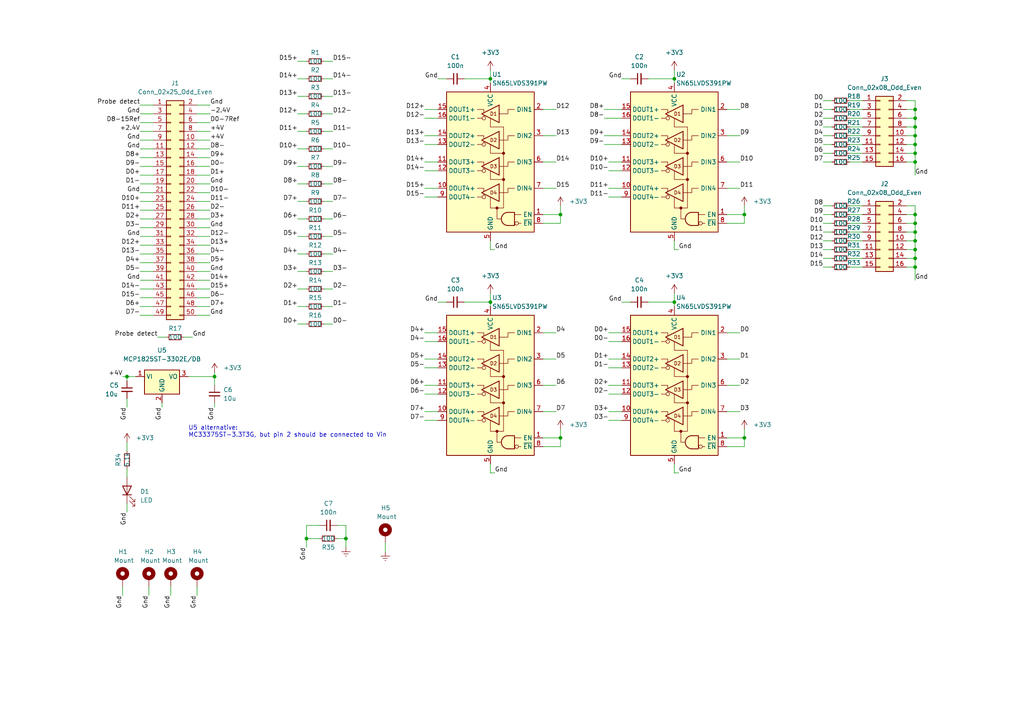
<source format=kicad_sch>
(kicad_sch (version 20211123) (generator eeschema)
  (paper "A4")
  (title_block (title "MSO 5000 Digital probe") (rev "0.1") (company "Marzocchi Alessandro") (comment 1 "Original schematic by Faeton") (comment 2 "Released under GPL 3.0 license"))
  (lib_symbols
    (symbol "Connector_Generic:Conn_02x08_Odd_Even" (pin_names (offset 1.016) hide)
      (property "Reference" "J" (at 1.27 10.16 0))
      (property "Value" "Conn_02x08_Odd_Even" (at 1.27 -12.7 0))
      (symbol "Conn_02x08_Odd_Even_1_1"
        (pin passive line (at -5.08 7.62 0) (length 3.81) (name "Pin_1") (number "1"))
        (pin passive line (at 7.62 -2.54 180) (length 3.81) (name "Pin_10") (number "10"))
        (pin passive line (at -5.08 -5.08 0) (length 3.81) (name "Pin_11") (number "11"))
        (pin passive line (at 7.62 -5.08 180) (length 3.81) (name "Pin_12") (number "12"))
        (pin passive line (at -5.08 -7.62 0) (length 3.81) (name "Pin_13") (number "13"))
        (pin passive line (at 7.62 -7.62 180) (length 3.81) (name "Pin_14") (number "14"))
        (pin passive line (at -5.08 -10.16 0) (length 3.81) (name "Pin_15") (number "15"))
        (pin passive line (at 7.62 -10.16 180) (length 3.81) (name "Pin_16") (number "16"))
        (pin passive line (at 7.62 7.62 180) (length 3.81) (name "Pin_2") (number "2"))
        (pin passive line (at -5.08 5.08 0) (length 3.81) (name "Pin_3") (number "3"))
        (pin passive line (at 7.62 5.08 180) (length 3.81) (name "Pin_4") (number "4"))
        (pin passive line (at -5.08 2.54 0) (length 3.81) (name "Pin_5") (number "5"))
        (pin passive line (at 7.62 2.54 180) (length 3.81) (name "Pin_6") (number "6"))
        (pin passive line (at -5.08 0 0) (length 3.81) (name "Pin_7") (number "7"))
        (pin passive line (at 7.62 0 180) (length 3.81) (name "Pin_8") (number "8"))
        (pin passive line (at -5.08 -2.54 0) (length 3.81) (name "Pin_9") (number "9"))
      )
    )
    (symbol "Connector_Generic:Conn_02x25_Odd_Even" (pin_names (offset 1.016) hide)
      (property "Reference" "J" (at 1.27 33.02 0))
      (property "Value" "Conn_02x25_Odd_Even" (at 1.27 -33.02 0))
      (symbol "Conn_02x25_Odd_Even_1_1"
        (pin passive line (at -5.08 30.48 0) (length 3.81) (name "Pin_1") (number "1"))
        (pin passive line (at 7.62 20.32 180) (length 3.81) (name "Pin_10") (number "10"))
        (pin passive line (at -5.08 17.78 0) (length 3.81) (name "Pin_11") (number "11"))
        (pin passive line (at 7.62 17.78 180) (length 3.81) (name "Pin_12") (number "12"))
        (pin passive line (at -5.08 15.24 0) (length 3.81) (name "Pin_13") (number "13"))
        (pin passive line (at 7.62 15.24 180) (length 3.81) (name "Pin_14") (number "14"))
        (pin passive line (at -5.08 12.7 0) (length 3.81) (name "Pin_15") (number "15"))
        (pin passive line (at 7.62 12.7 180) (length 3.81) (name "Pin_16") (number "16"))
        (pin passive line (at -5.08 10.16 0) (length 3.81) (name "Pin_17") (number "17"))
        (pin passive line (at 7.62 10.16 180) (length 3.81) (name "Pin_18") (number "18"))
        (pin passive line (at -5.08 7.62 0) (length 3.81) (name "Pin_19") (number "19"))
        (pin passive line (at 7.62 30.48 180) (length 3.81) (name "Pin_2") (number "2"))
        (pin passive line (at 7.62 7.62 180) (length 3.81) (name "Pin_20") (number "20"))
        (pin passive line (at -5.08 5.08 0) (length 3.81) (name "Pin_21") (number "21"))
        (pin passive line (at 7.62 5.08 180) (length 3.81) (name "Pin_22") (number "22"))
        (pin passive line (at -5.08 2.54 0) (length 3.81) (name "Pin_23") (number "23"))
        (pin passive line (at 7.62 2.54 180) (length 3.81) (name "Pin_24") (number "24"))
        (pin passive line (at -5.08 0 0) (length 3.81) (name "Pin_25") (number "25"))
        (pin passive line (at 7.62 0 180) (length 3.81) (name "Pin_26") (number "26"))
        (pin passive line (at -5.08 -2.54 0) (length 3.81) (name "Pin_27") (number "27"))
        (pin passive line (at 7.62 -2.54 180) (length 3.81) (name "Pin_28") (number "28"))
        (pin passive line (at -5.08 -5.08 0) (length 3.81) (name "Pin_29") (number "29"))
        (pin passive line (at -5.08 27.94 0) (length 3.81) (name "Pin_3") (number "3"))
        (pin passive line (at 7.62 -5.08 180) (length 3.81) (name "Pin_30") (number "30"))
        (pin passive line (at -5.08 -7.62 0) (length 3.81) (name "Pin_31") (number "31"))
        (pin passive line (at 7.62 -7.62 180) (length 3.81) (name "Pin_32") (number "32"))
        (pin passive line (at -5.08 -10.16 0) (length 3.81) (name "Pin_33") (number "33"))
        (pin passive line (at 7.62 -10.16 180) (length 3.81) (name "Pin_34") (number "34"))
        (pin passive line (at -5.08 -12.7 0) (length 3.81) (name "Pin_35") (number "35"))
        (pin passive line (at 7.62 -12.7 180) (length 3.81) (name "Pin_36") (number "36"))
        (pin passive line (at -5.08 -15.24 0) (length 3.81) (name "Pin_37") (number "37"))
        (pin passive line (at 7.62 -15.24 180) (length 3.81) (name "Pin_38") (number "38"))
        (pin passive line (at -5.08 -17.78 0) (length 3.81) (name "Pin_39") (number "39"))
        (pin passive line (at 7.62 27.94 180) (length 3.81) (name "Pin_4") (number "4"))
        (pin passive line (at 7.62 -17.78 180) (length 3.81) (name "Pin_40") (number "40"))
        (pin passive line (at -5.08 -20.32 0) (length 3.81) (name "Pin_41") (number "41"))
        (pin passive line (at 7.62 -20.32 180) (length 3.81) (name "Pin_42") (number "42"))
        (pin passive line (at -5.08 -22.86 0) (length 3.81) (name "Pin_43") (number "43"))
        (pin passive line (at 7.62 -22.86 180) (length 3.81) (name "Pin_44") (number "44"))
        (pin passive line (at -5.08 -25.4 0) (length 3.81) (name "Pin_45") (number "45"))
        (pin passive line (at 7.62 -25.4 180) (length 3.81) (name "Pin_46") (number "46"))
        (pin passive line (at -5.08 -27.94 0) (length 3.81) (name "Pin_47") (number "47"))
        (pin passive line (at 7.62 -27.94 180) (length 3.81) (name "Pin_48") (number "48"))
        (pin passive line (at -5.08 -30.48 0) (length 3.81) (name "Pin_49") (number "49"))
        (pin passive line (at -5.08 25.4 0) (length 3.81) (name "Pin_5") (number "5"))
        (pin passive line (at 7.62 -30.48 180) (length 3.81) (name "Pin_50") (number "50"))
        (pin passive line (at 7.62 25.4 180) (length 3.81) (name "Pin_6") (number "6"))
        (pin passive line (at -5.08 22.86 0) (length 3.81) (name "Pin_7") (number "7"))
        (pin passive line (at 7.62 22.86 180) (length 3.81) (name "Pin_8") (number "8"))
        (pin passive line (at -5.08 20.32 0) (length 3.81) (name "Pin_9") (number "9"))
      )
    )
    (symbol "Device:C_Small" (pin_numbers hide) (pin_names (offset 0.254) hide)
      (property "Reference" "C" (at 0.254 1.778 0))
      (property "Value" "C_Small" (at 0.254 -2.032 0))
      (symbol "C_Small_1_1"
        (pin passive line (at 0 2.54 270) (length 2.032) (name "~") (number "1"))
        (pin passive line (at 0 -2.54 90) (length 2.032) (name "~") (number "2"))
      )
    )
    (symbol "Device:LED" (pin_numbers hide) (pin_names (offset 1.016) hide)
      (property "Reference" "D" (at 0 2.54 0))
      (property "Value" "LED" (at 0 -2.54 0))
      (symbol "LED_1_1"
        (pin passive line (at -3.81 0 0) (length 2.54) (name "K") (number "1"))
        (pin passive line (at 3.81 0 180) (length 2.54) (name "A") (number "2"))
      )
    )
    (symbol "Device:R_Small" (pin_numbers hide) (pin_names (offset 0.254) hide)
      (property "Reference" "R" (at 0.762 0.508 0))
      (property "Value" "R_Small" (at 0.762 -1.016 0))
      (symbol "R_Small_1_1"
        (pin passive line (at 0 2.54 270) (length 0.762) (name "~") (number "1"))
        (pin passive line (at 0 -2.54 90) (length 0.762) (name "~") (number "2"))
      )
    )
    (symbol "Interface:SN65LVDS047PW"
      (property "Reference" "U" (at -12.7 21.59 0))
      (property "Value" "SN65LVDS047PW" (at 1.27 21.59 0))
      (symbol "SN65LVDS047PW_1_0"
        (text "D1" (at -0.889 13.97 0) (effects (font (size 1.016 1.016))))
        (text "D2" (at -0.889 6.35 0) (effects (font (size 1.016 1.016))))
        (text "D3" (at -0.889 -1.27 0) (effects (font (size 1.016 1.016))))
        (text "D4" (at -0.889 -8.89 0) (effects (font (size 1.016 1.016))))
      )
      (symbol "SN65LVDS047PW_1_1"
        (pin input line (at -15.24 -15.24 0) (length 2.54) (name "EN") (number "1"))
        (pin output line (at 15.24 -7.62 180) (length 2.54) (name "DOUT4+") (number "10"))
        (pin output line (at 15.24 0 180) (length 2.54) (name "DOUT3+") (number "11"))
        (pin output line (at 15.24 -2.54 180) (length 2.54) (name "DOUT3-") (number "12"))
        (pin output line (at 15.24 5.08 180) (length 2.54) (name "DOUT2-") (number "13"))
        (pin output line (at 15.24 7.62 180) (length 2.54) (name "DOUT2+") (number "14"))
        (pin output line (at 15.24 15.24 180) (length 2.54) (name "DOUT1+") (number "15"))
        (pin output line (at 15.24 12.7 180) (length 2.54) (name "DOUT1-") (number "16"))
        (pin input line (at -15.24 15.24 0) (length 2.54) (name "DIN1") (number "2"))
        (pin input line (at -15.24 7.62 0) (length 2.54) (name "DIN2") (number "3"))
        (pin power_in line (at 0 22.86 270) (length 2.54) (name "VCC") (number "4"))
        (pin power_in line (at 0 -22.86 90) (length 2.54) (name "GND") (number "5"))
        (pin input line (at -15.24 0 0) (length 2.54) (name "DIN3") (number "6"))
        (pin input line (at -15.24 -7.62 0) (length 2.54) (name "DIN4") (number "7"))
        (pin input line (at -15.24 -17.78 0) (length 2.54) (name "~{EN}") (number "8"))
        (pin output line (at 15.24 -10.16 180) (length 2.54) (name "DOUT4-") (number "9"))
      )
    )
    (symbol "Mechanical:MountingHole_Pad" (pin_numbers hide) (pin_names (offset 1.016) hide)
      (property "Reference" "H" (at 0 6.35 0))
      (property "Value" "MountingHole_Pad" (at 0 4.445 0))
      (symbol "MountingHole_Pad_1_1"
        (pin input line (at 0 -2.54 90) (length 2.54) (name "1") (number "1"))
      )
    )
    (symbol "Regulator_Linear:MCP1825S"
      (property "Reference" "U" (at -3.81 3.175 0))
      (property "Value" "MCP1825S" (at 0 3.175 0))
      (symbol "MCP1825S_1_1"
        (pin power_in line (at -7.62 0 0) (length 2.54) (name "VI") (number "1"))
        (pin power_in line (at 0 -7.62 90) (length 2.54) (name "GND") (number "2"))
        (pin power_out line (at 7.62 0 180) (length 2.54) (name "VO") (number "3"))
      )
    )
    (symbol "power:+3.3V" (power) (pin_names (offset 0))
      (property "Value" "+3.3V" (at 0 3.556 0))
      (symbol "+3.3V_1_1"
        (pin power_in line (at 0 0 90) (length 0) hide (name "+3V3") (number "1"))
      )
    )
    (symbol "power:Earth" (power) (pin_names (offset 0))
      (symbol "Earth_1_1"
        (pin power_in line (at 0 0 270) (length 0) hide (name "Earth") (number "1"))
      )
    )
  )
  (junction (at 265.43 62.23))
  (junction (at 265.43 31.75))
  (junction (at 265.43 46.99))
  (junction (at 265.43 41.91))
  (junction (at 265.43 64.77))
  (junction (at 142.24 87.63))
  (junction (at 265.43 72.39))
  (junction (at 195.58 22.86))
  (junction (at 265.43 44.45))
  (junction (at 265.43 69.85))
  (junction (at 162.56 127))
  (junction (at 142.24 22.86))
  (junction (at 265.43 39.37))
  (junction (at 265.43 77.47))
  (junction (at 215.9 127))
  (junction (at 100.33 156.21))
  (junction (at 265.43 74.93))
  (junction (at 215.9 62.23))
  (junction (at 62.23 109.22))
  (junction (at 36.83 109.22))
  (junction (at 88.9 156.21))
  (junction (at 265.43 67.31))
  (junction (at 195.58 87.63))
  (junction (at 265.43 36.83))
  (junction (at 162.56 62.23))
  (junction (at 265.43 34.29))
  (wire (pts (xy 57.15 91.44) (xy 60.96 91.44)))
  (wire (pts (xy 57.15 33.02) (xy 60.96 33.02)))
  (wire (pts (xy 36.83 146.05) (xy 36.83 148.59)))
  (wire (pts (xy 262.89 46.99) (xy 265.43 46.99)))
  (wire (pts (xy 176.53 57.15) (xy 180.34 57.15)))
  (wire (pts (xy 265.43 34.29) (xy 265.43 36.83)))
  (wire (pts (xy 49.53 170.18) (xy 49.53 172.72)))
  (wire (pts (xy 210.82 119.38) (xy 214.63 119.38)))
  (wire (pts (xy 36.83 109.22) (xy 39.37 109.22)))
  (wire (pts (xy 262.89 72.39) (xy 265.43 72.39)))
  (wire (pts (xy 86.36 43.18) (xy 88.9 43.18)))
  (wire (pts (xy 93.98 83.82) (xy 96.52 83.82)))
  (wire (pts (xy 157.48 64.77) (xy 162.56 64.77)))
  (wire (pts (xy 238.76 36.83) (xy 241.3 36.83)))
  (wire (pts (xy 175.26 39.37) (xy 180.34 39.37)))
  (wire (pts (xy 215.9 62.23) (xy 215.9 64.77)))
  (wire (pts (xy 246.38 74.93) (xy 250.19 74.93)))
  (wire (pts (xy 123.19 31.75) (xy 127 31.75)))
  (wire (pts (xy 40.64 71.12) (xy 44.45 71.12)))
  (wire (pts (xy 210.82 46.99) (xy 214.63 46.99)))
  (wire (pts (xy 157.48 62.23) (xy 162.56 62.23)))
  (wire (pts (xy 262.89 41.91) (xy 265.43 41.91)))
  (wire (pts (xy 93.98 73.66) (xy 96.52 73.66)))
  (wire (pts (xy 62.23 109.22) (xy 62.23 111.76)))
  (wire (pts (xy 57.15 68.58) (xy 60.96 68.58)))
  (wire (pts (xy 86.36 33.02) (xy 88.9 33.02)))
  (wire (pts (xy 86.36 88.9) (xy 88.9 88.9)))
  (wire (pts (xy 40.64 76.2) (xy 44.45 76.2)))
  (wire (pts (xy 57.15 86.36) (xy 60.96 86.36)))
  (wire (pts (xy 157.48 46.99) (xy 161.29 46.99)))
  (wire (pts (xy 238.76 64.77) (xy 241.3 64.77)))
  (wire (pts (xy 265.43 77.47) (xy 265.43 81.28)))
  (wire (pts (xy 195.58 69.85) (xy 195.58 72.39)))
  (wire (pts (xy 238.76 67.31) (xy 241.3 67.31)))
  (wire (pts (xy 210.82 129.54) (xy 215.9 129.54)))
  (wire (pts (xy 176.53 106.68) (xy 180.34 106.68)))
  (wire (pts (xy 40.64 40.64) (xy 44.45 40.64)))
  (wire (pts (xy 238.76 31.75) (xy 241.3 31.75)))
  (wire (pts (xy 123.19 39.37) (xy 127 39.37)))
  (wire (pts (xy 176.53 96.52) (xy 180.34 96.52)))
  (wire (pts (xy 86.36 22.86) (xy 88.9 22.86)))
  (wire (pts (xy 86.36 53.34) (xy 88.9 53.34)))
  (wire (pts (xy 262.89 39.37) (xy 265.43 39.37)))
  (wire (pts (xy 134.62 87.63) (xy 142.24 87.63)))
  (wire (pts (xy 40.64 55.88) (xy 44.45 55.88)))
  (wire (pts (xy 92.71 156.21) (xy 88.9 156.21)))
  (wire (pts (xy 142.24 22.86) (xy 142.24 24.13)))
  (wire (pts (xy 93.98 88.9) (xy 96.52 88.9)))
  (wire (pts (xy 246.38 29.21) (xy 250.19 29.21)))
  (wire (pts (xy 246.38 41.91) (xy 250.19 41.91)))
  (wire (pts (xy 142.24 69.85) (xy 142.24 72.39)))
  (wire (pts (xy 57.15 71.12) (xy 60.96 71.12)))
  (wire (pts (xy 238.76 46.99) (xy 241.3 46.99)))
  (wire (pts (xy 265.43 62.23) (xy 265.43 64.77)))
  (wire (pts (xy 238.76 72.39) (xy 241.3 72.39)))
  (wire (pts (xy 265.43 41.91) (xy 265.43 44.45)))
  (wire (pts (xy 265.43 72.39) (xy 265.43 74.93)))
  (wire (pts (xy 176.53 111.76) (xy 180.34 111.76)))
  (wire (pts (xy 238.76 29.21) (xy 241.3 29.21)))
  (wire (pts (xy 123.19 57.15) (xy 127 57.15)))
  (wire (pts (xy 265.43 31.75) (xy 265.43 34.29)))
  (wire (pts (xy 176.53 104.14) (xy 180.34 104.14)))
  (wire (pts (xy 123.19 104.14) (xy 127 104.14)))
  (wire (pts (xy 157.48 111.76) (xy 161.29 111.76)))
  (wire (pts (xy 238.76 39.37) (xy 241.3 39.37)))
  (wire (pts (xy 93.98 38.1) (xy 96.52 38.1)))
  (wire (pts (xy 57.15 83.82) (xy 60.96 83.82)))
  (wire (pts (xy 93.98 93.98) (xy 96.52 93.98)))
  (wire (pts (xy 40.64 48.26) (xy 44.45 48.26)))
  (wire (pts (xy 196.85 137.16) (xy 195.58 137.16)))
  (wire (pts (xy 195.58 20.32) (xy 195.58 22.86)))
  (wire (pts (xy 262.89 77.47) (xy 265.43 77.47)))
  (wire (pts (xy 246.38 72.39) (xy 250.19 72.39)))
  (wire (pts (xy 57.15 55.88) (xy 60.96 55.88)))
  (wire (pts (xy 86.36 48.26) (xy 88.9 48.26)))
  (wire (pts (xy 57.15 45.72) (xy 60.96 45.72)))
  (wire (pts (xy 176.53 119.38) (xy 180.34 119.38)))
  (wire (pts (xy 123.19 54.61) (xy 127 54.61)))
  (wire (pts (xy 93.98 22.86) (xy 96.52 22.86)))
  (wire (pts (xy 40.64 73.66) (xy 44.45 73.66)))
  (wire (pts (xy 35.56 170.18) (xy 35.56 172.72)))
  (wire (pts (xy 93.98 68.58) (xy 96.52 68.58)))
  (wire (pts (xy 210.82 104.14) (xy 214.63 104.14)))
  (wire (pts (xy 265.43 67.31) (xy 265.43 69.85)))
  (wire (pts (xy 123.19 119.38) (xy 127 119.38)))
  (wire (pts (xy 262.89 67.31) (xy 265.43 67.31)))
  (wire (pts (xy 246.38 64.77) (xy 250.19 64.77)))
  (wire (pts (xy 93.98 53.34) (xy 96.52 53.34)))
  (wire (pts (xy 57.15 38.1) (xy 60.96 38.1)))
  (wire (pts (xy 40.64 78.74) (xy 44.45 78.74)))
  (wire (pts (xy 265.43 29.21) (xy 265.43 31.75)))
  (wire (pts (xy 86.36 78.74) (xy 88.9 78.74)))
  (wire (pts (xy 40.64 60.96) (xy 44.45 60.96)))
  (wire (pts (xy 142.24 20.32) (xy 142.24 22.86)))
  (wire (pts (xy 195.58 85.09) (xy 195.58 87.63)))
  (wire (pts (xy 97.79 152.4) (xy 100.33 152.4)))
  (wire (pts (xy 57.15 63.5) (xy 60.96 63.5)))
  (wire (pts (xy 265.43 46.99) (xy 265.43 50.8)))
  (wire (pts (xy 196.85 72.39) (xy 195.58 72.39)))
  (wire (pts (xy 265.43 39.37) (xy 265.43 41.91)))
  (wire (pts (xy 57.15 88.9) (xy 60.96 88.9)))
  (wire (pts (xy 238.76 77.47) (xy 241.3 77.47)))
  (wire (pts (xy 40.64 30.48) (xy 44.45 30.48)))
  (wire (pts (xy 57.15 76.2) (xy 60.96 76.2)))
  (wire (pts (xy 57.15 66.04) (xy 60.96 66.04)))
  (wire (pts (xy 36.83 109.22) (xy 36.83 110.49)))
  (wire (pts (xy 195.58 134.62) (xy 195.58 137.16)))
  (wire (pts (xy 92.71 152.4) (xy 88.9 152.4)))
  (wire (pts (xy 246.38 44.45) (xy 250.19 44.45)))
  (wire (pts (xy 57.15 53.34) (xy 60.96 53.34)))
  (wire (pts (xy 40.64 53.34) (xy 44.45 53.34)))
  (wire (pts (xy 195.58 22.86) (xy 195.58 24.13)))
  (wire (pts (xy 262.89 74.93) (xy 265.43 74.93)))
  (wire (pts (xy 246.38 46.99) (xy 250.19 46.99)))
  (wire (pts (xy 210.82 54.61) (xy 214.63 54.61)))
  (wire (pts (xy 157.48 54.61) (xy 161.29 54.61)))
  (wire (pts (xy 262.89 59.69) (xy 265.43 59.69)))
  (wire (pts (xy 142.24 87.63) (xy 142.24 88.9)))
  (wire (pts (xy 210.82 62.23) (xy 215.9 62.23)))
  (wire (pts (xy 111.76 157.48) (xy 111.76 160.02)))
  (wire (pts (xy 40.64 58.42) (xy 44.45 58.42)))
  (wire (pts (xy 57.15 30.48) (xy 60.96 30.48)))
  (wire (pts (xy 97.79 156.21) (xy 100.33 156.21)))
  (wire (pts (xy 40.64 45.72) (xy 44.45 45.72)))
  (wire (pts (xy 265.43 74.93) (xy 265.43 77.47)))
  (wire (pts (xy 36.83 128.27) (xy 36.83 130.81)))
  (wire (pts (xy 93.98 78.74) (xy 96.52 78.74)))
  (wire (pts (xy 86.36 68.58) (xy 88.9 68.58)))
  (wire (pts (xy 57.15 50.8) (xy 60.96 50.8)))
  (wire (pts (xy 246.38 31.75) (xy 250.19 31.75)))
  (wire (pts (xy 262.89 64.77) (xy 265.43 64.77)))
  (wire (pts (xy 246.38 67.31) (xy 250.19 67.31)))
  (wire (pts (xy 210.82 31.75) (xy 214.63 31.75)))
  (wire (pts (xy 100.33 152.4) (xy 100.33 156.21)))
  (wire (pts (xy 123.19 49.53) (xy 127 49.53)))
  (wire (pts (xy 93.98 48.26) (xy 96.52 48.26)))
  (wire (pts (xy 215.9 127) (xy 215.9 124.46)))
  (wire (pts (xy 176.53 54.61) (xy 180.34 54.61)))
  (wire (pts (xy 265.43 59.69) (xy 265.43 62.23)))
  (wire (pts (xy 57.15 43.18) (xy 60.96 43.18)))
  (wire (pts (xy 175.26 41.91) (xy 180.34 41.91)))
  (wire (pts (xy 40.64 88.9) (xy 44.45 88.9)))
  (wire (pts (xy 40.64 91.44) (xy 44.45 91.44)))
  (wire (pts (xy 238.76 59.69) (xy 241.3 59.69)))
  (wire (pts (xy 62.23 109.22) (xy 62.23 107.95)))
  (wire (pts (xy 57.15 81.28) (xy 60.96 81.28)))
  (wire (pts (xy 187.96 87.63) (xy 195.58 87.63)))
  (wire (pts (xy 123.19 96.52) (xy 127 96.52)))
  (wire (pts (xy 210.82 64.77) (xy 215.9 64.77)))
  (wire (pts (xy 157.48 119.38) (xy 161.29 119.38)))
  (wire (pts (xy 157.48 127) (xy 162.56 127)))
  (wire (pts (xy 93.98 43.18) (xy 96.52 43.18)))
  (wire (pts (xy 180.34 22.86) (xy 182.88 22.86)))
  (wire (pts (xy 238.76 41.91) (xy 241.3 41.91)))
  (wire (pts (xy 238.76 62.23) (xy 241.3 62.23)))
  (wire (pts (xy 127 87.63) (xy 129.54 87.63)))
  (wire (pts (xy 176.53 121.92) (xy 180.34 121.92)))
  (wire (pts (xy 262.89 29.21) (xy 265.43 29.21)))
  (wire (pts (xy 215.9 62.23) (xy 215.9 59.69)))
  (wire (pts (xy 88.9 156.21) (xy 88.9 158.75)))
  (wire (pts (xy 246.38 59.69) (xy 250.19 59.69)))
  (wire (pts (xy 210.82 111.76) (xy 214.63 111.76)))
  (wire (pts (xy 93.98 27.94) (xy 96.52 27.94)))
  (wire (pts (xy 57.15 73.66) (xy 60.96 73.66)))
  (wire (pts (xy 143.51 137.16) (xy 142.24 137.16)))
  (wire (pts (xy 123.19 99.06) (xy 127 99.06)))
  (wire (pts (xy 246.38 69.85) (xy 250.19 69.85)))
  (wire (pts (xy 157.48 129.54) (xy 162.56 129.54)))
  (wire (pts (xy 40.64 66.04) (xy 44.45 66.04)))
  (wire (pts (xy 123.19 111.76) (xy 127 111.76)))
  (wire (pts (xy 57.15 58.42) (xy 60.96 58.42)))
  (wire (pts (xy 142.24 85.09) (xy 142.24 87.63)))
  (wire (pts (xy 123.19 114.3) (xy 127 114.3)))
  (wire (pts (xy 246.38 39.37) (xy 250.19 39.37)))
  (wire (pts (xy 265.43 44.45) (xy 265.43 46.99)))
  (wire (pts (xy 175.26 34.29) (xy 180.34 34.29)))
  (wire (pts (xy 176.53 46.99) (xy 180.34 46.99)))
  (wire (pts (xy 246.38 34.29) (xy 250.19 34.29)))
  (wire (pts (xy 134.62 22.86) (xy 142.24 22.86)))
  (wire (pts (xy 157.48 31.75) (xy 161.29 31.75)))
  (wire (pts (xy 176.53 114.3) (xy 180.34 114.3)))
  (wire (pts (xy 88.9 152.4) (xy 88.9 156.21)))
  (wire (pts (xy 175.26 31.75) (xy 180.34 31.75)))
  (wire (pts (xy 36.83 115.57) (xy 36.83 118.11)))
  (wire (pts (xy 162.56 62.23) (xy 162.56 64.77)))
  (wire (pts (xy 40.64 81.28) (xy 44.45 81.28)))
  (wire (pts (xy 238.76 44.45) (xy 241.3 44.45)))
  (wire (pts (xy 123.19 106.68) (xy 127 106.68)))
  (wire (pts (xy 35.56 109.22) (xy 36.83 109.22)))
  (wire (pts (xy 187.96 22.86) (xy 195.58 22.86)))
  (wire (pts (xy 238.76 69.85) (xy 241.3 69.85)))
  (wire (pts (xy 215.9 127) (xy 215.9 129.54)))
  (wire (pts (xy 86.36 38.1) (xy 88.9 38.1)))
  (wire (pts (xy 86.36 83.82) (xy 88.9 83.82)))
  (wire (pts (xy 53.34 97.79) (xy 55.88 97.79)))
  (wire (pts (xy 86.36 93.98) (xy 88.9 93.98)))
  (wire (pts (xy 162.56 62.23) (xy 162.56 59.69)))
  (wire (pts (xy 246.38 62.23) (xy 250.19 62.23)))
  (wire (pts (xy 262.89 36.83) (xy 265.43 36.83)))
  (wire (pts (xy 57.15 35.56) (xy 60.96 35.56)))
  (wire (pts (xy 262.89 44.45) (xy 265.43 44.45)))
  (wire (pts (xy 40.64 68.58) (xy 44.45 68.58)))
  (wire (pts (xy 210.82 39.37) (xy 214.63 39.37)))
  (wire (pts (xy 210.82 127) (xy 215.9 127)))
  (wire (pts (xy 157.48 104.14) (xy 161.29 104.14)))
  (wire (pts (xy 143.51 72.39) (xy 142.24 72.39)))
  (wire (pts (xy 43.18 170.18) (xy 43.18 172.72)))
  (wire (pts (xy 86.36 27.94) (xy 88.9 27.94)))
  (wire (pts (xy 40.64 83.82) (xy 44.45 83.82)))
  (wire (pts (xy 238.76 34.29) (xy 241.3 34.29)))
  (wire (pts (xy 40.64 33.02) (xy 44.45 33.02)))
  (wire (pts (xy 123.19 34.29) (xy 127 34.29)))
  (wire (pts (xy 157.48 39.37) (xy 161.29 39.37)))
  (wire (pts (xy 46.99 116.84) (xy 46.99 118.11)))
  (wire (pts (xy 238.76 74.93) (xy 241.3 74.93)))
  (wire (pts (xy 45.72 97.79) (xy 48.26 97.79)))
  (wire (pts (xy 86.36 17.78) (xy 88.9 17.78)))
  (wire (pts (xy 127 22.86) (xy 129.54 22.86)))
  (wire (pts (xy 162.56 127) (xy 162.56 129.54)))
  (wire (pts (xy 93.98 63.5) (xy 96.52 63.5)))
  (wire (pts (xy 176.53 99.06) (xy 180.34 99.06)))
  (wire (pts (xy 57.15 170.18) (xy 57.15 172.72)))
  (wire (pts (xy 262.89 34.29) (xy 265.43 34.29)))
  (wire (pts (xy 100.33 156.21) (xy 100.33 158.75)))
  (wire (pts (xy 40.64 43.18) (xy 44.45 43.18)))
  (wire (pts (xy 40.64 50.8) (xy 44.45 50.8)))
  (wire (pts (xy 246.38 36.83) (xy 250.19 36.83)))
  (wire (pts (xy 86.36 58.42) (xy 88.9 58.42)))
  (wire (pts (xy 86.36 63.5) (xy 88.9 63.5)))
  (wire (pts (xy 57.15 48.26) (xy 60.96 48.26)))
  (wire (pts (xy 40.64 35.56) (xy 44.45 35.56)))
  (wire (pts (xy 162.56 127) (xy 162.56 124.46)))
  (wire (pts (xy 40.64 86.36) (xy 44.45 86.36)))
  (wire (pts (xy 57.15 78.74) (xy 60.96 78.74)))
  (wire (pts (xy 142.24 134.62) (xy 142.24 137.16)))
  (wire (pts (xy 123.19 41.91) (xy 127 41.91)))
  (wire (pts (xy 246.38 77.47) (xy 250.19 77.47)))
  (wire (pts (xy 40.64 38.1) (xy 44.45 38.1)))
  (wire (pts (xy 57.15 40.64) (xy 60.96 40.64)))
  (wire (pts (xy 157.48 96.52) (xy 161.29 96.52)))
  (wire (pts (xy 265.43 69.85) (xy 265.43 72.39)))
  (wire (pts (xy 262.89 69.85) (xy 265.43 69.85)))
  (wire (pts (xy 176.53 49.53) (xy 180.34 49.53)))
  (wire (pts (xy 54.61 109.22) (xy 62.23 109.22)))
  (wire (pts (xy 262.89 31.75) (xy 265.43 31.75)))
  (wire (pts (xy 57.15 60.96) (xy 60.96 60.96)))
  (wire (pts (xy 123.19 46.99) (xy 127 46.99)))
  (wire (pts (xy 123.19 121.92) (xy 127 121.92)))
  (wire (pts (xy 36.83 135.89) (xy 36.83 138.43)))
  (wire (pts (xy 195.58 87.63) (xy 195.58 88.9)))
  (wire (pts (xy 62.23 116.84) (xy 62.23 118.11)))
  (wire (pts (xy 93.98 17.78) (xy 96.52 17.78)))
  (wire (pts (xy 93.98 33.02) (xy 96.52 33.02)))
  (wire (pts (xy 265.43 36.83) (xy 265.43 39.37)))
  (wire (pts (xy 40.64 63.5) (xy 44.45 63.5)))
  (wire (pts (xy 86.36 73.66) (xy 88.9 73.66)))
  (wire (pts (xy 180.34 87.63) (xy 182.88 87.63)))
  (wire (pts (xy 265.43 64.77) (xy 265.43 67.31)))
  (wire (pts (xy 262.89 62.23) (xy 265.43 62.23)))
  (wire (pts (xy 93.98 58.42) (xy 96.52 58.42)))
  (wire (pts (xy 210.82 96.52) (xy 214.63 96.52)))
  (text "U5 alternative:\nMC33375ST-3.3T3G, but pin 2 should be connected to Vin" (at 54.61 127 0) (effects (font (size 1.27 1.27)) (justify left bottom)))
  (label "D15" (at 238.76 77.47 180))
  (label "Gnd" (at 60.96 53.34 0))
  (label "D14" (at 161.29 46.99 0))
  (label "D7+" (at 86.36 58.42 180))
  (label "D6-" (at 96.52 63.5 0))
  (label "D10-" (at 96.52 43.18 0))
  (label "D6+" (at 86.36 63.5 180))
  (label "Gnd" (at 57.15 172.72 270))
  (label "D0-7Ref" (at 60.96 35.56 0))
  (label "D4+" (at 86.36 73.66 180))
  (label "D9" (at 238.76 62.23 180))
  (label "D5+" (at 60.96 76.2 0))
  (label "D6" (at 238.76 44.45 180))
  (label "D13-" (at 40.64 73.66 180))
  (label "Probe detect" (at 45.72 97.79 180))
  (label "D11-" (at 176.53 57.15 180))
  (label "Gnd" (at 62.23 118.11 270))
  (label "D0-" (at 96.52 93.98 0))
  (label "D12-" (at 96.52 33.02 0))
  (label "D11+" (at 86.36 38.1 180))
  (label "D14+" (at 123.19 46.99 180))
  (label "D10" (at 238.76 64.77 180))
  (label "D14-" (at 123.19 49.53 180))
  (label "D13+" (at 86.36 27.94 180))
  (label "D12+" (at 123.19 31.75 180))
  (label "Gnd" (at 180.34 22.86 180))
  (label "Gnd" (at 40.64 68.58 180))
  (label "D11" (at 238.76 67.31 180))
  (label "D9+" (at 175.26 39.37 180))
  (label "D8+" (at 40.64 45.72 180))
  (label "Gnd" (at 143.51 137.16 0))
  (label "D5-" (at 123.19 106.68 180))
  (label "D4" (at 161.29 96.52 0))
  (label "D6+" (at 123.19 111.76 180))
  (label "D8-" (at 175.26 34.29 180))
  (label "D15+" (at 60.96 83.82 0))
  (label "D15+" (at 86.36 17.78 180))
  (label "D4" (at 238.76 39.37 180))
  (label "D9-" (at 96.52 48.26 0))
  (label "D12-" (at 60.96 68.58 0))
  (label "D13" (at 238.76 72.39 180))
  (label "D3-" (at 176.53 121.92 180))
  (label "D8-" (at 96.52 53.34 0))
  (label "+4V" (at 35.56 109.22 180))
  (label "D9+" (at 86.36 48.26 180))
  (label "D6-" (at 60.96 86.36 0))
  (label "D3-" (at 40.64 66.04 180))
  (label "D4+" (at 123.19 96.52 180))
  (label "D12+" (at 86.36 33.02 180))
  (label "D3" (at 238.76 36.83 180))
  (label "D5+" (at 123.19 104.14 180))
  (label "Gnd" (at 36.83 118.11 270))
  (label "Gnd" (at 60.96 66.04 0))
  (label "Probe detect" (at 40.64 30.48 180))
  (label "D0+" (at 86.36 93.98 180))
  (label "D4-" (at 60.96 73.66 0))
  (label "D13" (at 161.29 39.37 0))
  (label "D2+" (at 40.64 63.5 180))
  (label "D14" (at 238.76 74.93 180))
  (label "D6+" (at 40.64 88.9 180))
  (label "D10" (at 214.63 46.99 0))
  (label "Gnd" (at 180.34 87.63 180))
  (label "D12-" (at 123.19 34.29 180))
  (label "Gnd" (at 49.53 172.72 270))
  (label "D0" (at 214.63 96.52 0))
  (label "D15+" (at 123.19 54.61 180))
  (label "Gnd" (at 35.56 172.72 270))
  (label "D0" (at 238.76 29.21 180))
  (label "D3+" (at 60.96 63.5 0))
  (label "D11+" (at 176.53 54.61 180))
  (label "D14+" (at 86.36 22.86 180))
  (label "D3" (at 214.63 119.38 0))
  (label "D11" (at 214.63 54.61 0))
  (label "D7" (at 238.76 46.99 180))
  (label "D8-" (at 60.96 43.18 0))
  (label "D14-" (at 40.64 83.82 180))
  (label "D10+" (at 86.36 43.18 180))
  (label "Gnd" (at 196.85 72.39 0))
  (label "D13-" (at 96.52 27.94 0))
  (label "D5" (at 238.76 41.91 180))
  (label "Gnd" (at 196.85 137.16 0))
  (label "D8+" (at 86.36 53.34 180))
  (label "Gnd" (at 40.64 33.02 180))
  (label "D12" (at 161.29 31.75 0))
  (label "D4+" (at 40.64 76.2 180))
  (label "D7+" (at 60.96 88.9 0))
  (label "D2" (at 214.63 111.76 0))
  (label "-2.4V" (at 60.96 33.02 0))
  (label "D2+" (at 176.53 111.76 180))
  (label "D1-" (at 176.53 106.68 180))
  (label "D0-" (at 176.53 99.06 180))
  (label "D7-" (at 40.64 91.44 180))
  (label "D5-" (at 96.52 68.58 0))
  (label "D1" (at 238.76 31.75 180))
  (label "D0-" (at 60.96 48.26 0))
  (label "D12" (at 238.76 69.85 180))
  (label "D2-" (at 60.96 60.96 0))
  (label "Gnd" (at 265.43 50.8 0))
  (label "D1+" (at 176.53 104.14 180))
  (label "D10+" (at 40.64 58.42 180))
  (label "Gnd" (at 127 87.63 180))
  (label "Gnd" (at 36.83 148.59 270))
  (label "D15-" (at 40.64 86.36 180))
  (label "D14-" (at 96.52 22.86 0))
  (label "D2-" (at 96.52 83.82 0))
  (label "D12+" (at 40.64 71.12 180))
  (label "D6" (at 161.29 111.76 0))
  (label "D15" (at 161.29 54.61 0))
  (label "D5" (at 161.29 104.14 0))
  (label "Gnd" (at 40.64 40.64 180))
  (label "Gnd" (at 127 22.86 180))
  (label "D7-" (at 123.19 121.92 180))
  (label "D7+" (at 123.19 119.38 180))
  (label "D0+" (at 40.64 50.8 180))
  (label "+4V" (at 60.96 40.64 0))
  (label "+2.4V" (at 40.64 38.1 180))
  (label "D1-" (at 40.64 53.34 180))
  (label "D9-" (at 175.26 41.91 180))
  (label "Gnd" (at 143.51 72.39 0))
  (label "D10-" (at 60.96 55.88 0))
  (label "D8+" (at 175.26 31.75 180))
  (label "D9-" (at 40.64 48.26 180))
  (label "D2" (at 238.76 34.29 180))
  (label "D1" (at 214.63 104.14 0))
  (label "Gnd" (at 40.64 81.28 180))
  (label "D7-" (at 96.52 58.42 0))
  (label "D14+" (at 60.96 81.28 0))
  (label "D8-15Ref" (at 40.64 35.56 180))
  (label "D0+" (at 176.53 96.52 180))
  (label "Gnd" (at 88.9 158.75 270))
  (label "D5-" (at 40.64 78.74 180))
  (label "Gnd" (at 60.96 78.74 0))
  (label "+4V" (at 60.96 38.1 0))
  (label "Gnd" (at 46.99 118.11 270))
  (label "Gnd" (at 265.43 81.28 0))
  (label "D1+" (at 60.96 50.8 0))
  (label "D4-" (at 123.19 99.06 180))
  (label "D10-" (at 176.53 49.53 180))
  (label "Gnd" (at 60.96 30.48 0))
  (label "D7" (at 161.29 119.38 0))
  (label "D13+" (at 60.96 71.12 0))
  (label "D8" (at 214.63 31.75 0))
  (label "Gnd" (at 40.64 55.88 180))
  (label "Gnd" (at 55.88 97.79 0))
  (label "D1+" (at 86.36 88.9 180))
  (label "D3-" (at 96.52 78.74 0))
  (label "D3+" (at 86.36 78.74 180))
  (label "D13+" (at 123.19 39.37 180))
  (label "D15-" (at 123.19 57.15 180))
  (label "D11-" (at 96.52 38.1 0))
  (label "D9+" (at 60.96 45.72 0))
  (label "D15-" (at 96.52 17.78 0))
  (label "D11-" (at 60.96 58.42 0))
  (label "D6-" (at 123.19 114.3 180))
  (label "D9" (at 214.63 39.37 0))
  (label "D10+" (at 176.53 46.99 180))
  (label "D5+" (at 86.36 68.58 180))
  (label "Gnd" (at 40.64 43.18 180))
  (label "Gnd" (at 60.96 91.44 0))
  (label "D4-" (at 96.52 73.66 0))
  (label "D2-" (at 176.53 114.3 180))
  (label "D11+" (at 40.64 60.96 180))
  (label "D13-" (at 123.19 41.91 180))
  (label "D8" (at 238.76 59.69 180))
  (label "D1-" (at 96.52 88.9 0))
  (label "D2+" (at 86.36 83.82 180))
  (label "Gnd" (at 43.18 172.72 270))
  (label "D3+" (at 176.53 119.38 180))
  (symbol (lib_id "Device:R_Small") (at 95.25 156.21 90) (unit 1)
    (property "Reference" "R35" (at 95.25 158.75 90))
    (property "Value" "100" (at 95.25 156.21 90))
    (property "Footprint" "Resistor_SMD:R_0805_2012Metric_Pad1.20x1.40mm_HandSolder" (effects hide))
  )
  (symbol (lib_id "Interface:SN65LVDS047PW") (at 195.58 111.76 0) (mirror y) (unit 1)
    (property "Reference" "U4" (at 196.1006 86.36 0) (effects (justify right)))
    (property "Value" "SN65LVDS391PW" (at 196.1006 88.9 0) (effects (justify right)))
    (property "Footprint" "Package_SO:TSSOP-16_4.4x5mm_P0.65mm" (effects hide))
    (property "Datasheet" "http://www.ti.com/lit/ds/symlink/sn65lvds047.pdf" (effects hide))
  )
  (symbol (lib_id "power:Earth") (at 111.76 160.02 0) (unit 1)
    (property "Reference" "#PWR04" (effects hide))
    (property "Value" "Earth" (effects hide))
  )
  (symbol (lib_id "Regulator_Linear:MCP1825S") (at 46.99 109.22 0) (unit 1)
    (property "Reference" "U5" (at 46.99 101.6 0))
    (property "Value" "MCP1825ST-3302E/DB" (at 46.99 104.14 0))
    (property "Footprint" "Package_TO_SOT_SMD:SOT-223-3_TabPin2" (effects hide))
    (property "Datasheet" "http://ww1.microchip.com/downloads/en/devicedoc/22056b.pdf" (effects hide))
  )
  (symbol (lib_id "Interface:SN65LVDS047PW") (at 142.24 111.76 0) (mirror y) (unit 1)
    (property "Reference" "U3" (at 142.7606 86.36 0) (effects (justify right)))
    (property "Value" "SN65LVDS391PW" (at 142.7606 88.9 0) (effects (justify right)))
    (property "Footprint" "Package_SO:TSSOP-16_4.4x5mm_P0.65mm" (effects hide))
    (property "Datasheet" "http://www.ti.com/lit/ds/symlink/sn65lvds047.pdf" (effects hide))
  )
  (symbol (lib_id "Device:R_Small") (at 243.84 67.31 90) (unit 1)
    (property "Reference" "R29" (at 247.65 66.04 90))
    (property "Value" "100" (at 243.84 67.31 90))
    (property "Footprint" "Resistor_SMD:R_0805_2012Metric_Pad1.20x1.40mm_HandSolder" (effects hide))
  )
  (symbol (lib_id "power:Earth") (at 100.33 158.75 0) (unit 1)
    (property "Reference" "#PWR03" (effects hide))
    (property "Value" "Earth" (effects hide))
  )
  (symbol (lib_id "Device:R_Small") (at 50.8 97.79 90) (unit 1)
    (property "Reference" "R17" (at 50.8 95.25 90))
    (property "Value" "100" (at 50.8 97.79 90))
    (property "Footprint" "Resistor_SMD:R_0805_2012Metric_Pad1.20x1.40mm_HandSolder" (effects hide))
  )
  (symbol (lib_id "Device:R_Small") (at 91.44 88.9 90) (unit 1)
    (property "Reference" "R15" (at 91.44 86.36 90))
    (property "Value" "100" (at 91.44 88.9 90))
    (property "Footprint" "Resistor_SMD:R_0805_2012Metric_Pad1.20x1.40mm_HandSolder" (effects hide))
  )
  (symbol (lib_id "Device:R_Small") (at 91.44 33.02 90) (unit 1)
    (property "Reference" "R4" (at 91.44 30.48 90))
    (property "Value" "100" (at 91.44 33.02 90))
    (property "Footprint" "Resistor_SMD:R_0805_2012Metric_Pad1.20x1.40mm_HandSolder" (effects hide))
  )
  (symbol (lib_id "power:+3.3V") (at 162.56 124.46 0) (unit 1)
    (property "Reference" "#PWR0105" (effects hide))
    (property "Value" "+3.3V" (at 165.1 123.1899 0) (effects (justify left)))
  )
  (symbol (lib_id "Device:C_Small") (at 132.08 87.63 90) (unit 1)
    (property "Reference" "C3" (at 132.0863 81.28 90))
    (property "Value" "100n" (at 132.0863 83.82 90))
    (property "Footprint" "Capacitor_SMD:C_0805_2012Metric_Pad1.18x1.45mm_HandSolder" (effects hide))
  )
  (symbol (lib_id "Device:R_Small") (at 91.44 43.18 90) (unit 1)
    (property "Reference" "R6" (at 91.44 40.64 90))
    (property "Value" "100" (at 91.44 43.18 90))
    (property "Footprint" "Resistor_SMD:R_0805_2012Metric_Pad1.20x1.40mm_HandSolder" (effects hide))
  )
  (symbol (lib_id "power:+3.3V") (at 162.56 59.69 0) (unit 1)
    (property "Reference" "#PWR02" (effects hide))
    (property "Value" "+3.3V" (at 165.1 58.4199 0) (effects (justify left)))
  )
  (symbol (lib_id "Device:R_Small") (at 243.84 46.99 90) (unit 1)
    (property "Reference" "R25" (at 247.65 45.72 90))
    (property "Value" "100" (at 243.84 46.99 90))
    (property "Footprint" "Resistor_SMD:R_0805_2012Metric_Pad1.20x1.40mm_HandSolder" (effects hide))
  )
  (symbol (lib_id "Device:R_Small") (at 91.44 93.98 90) (unit 1)
    (property "Reference" "R16" (at 91.44 91.44 90))
    (property "Value" "100" (at 91.44 93.98 90))
    (property "Footprint" "Resistor_SMD:R_0805_2012Metric_Pad1.20x1.40mm_HandSolder" (effects hide))
  )
  (symbol (lib_id "Device:R_Small") (at 91.44 63.5 90) (unit 1)
    (property "Reference" "R10" (at 91.44 60.96 90))
    (property "Value" "100" (at 91.44 63.5 90))
    (property "Footprint" "Resistor_SMD:R_0805_2012Metric_Pad1.20x1.40mm_HandSolder" (effects hide))
  )
  (symbol (lib_id "Device:R_Small") (at 243.84 41.91 90) (unit 1)
    (property "Reference" "R23" (at 247.65 40.64 90))
    (property "Value" "100" (at 243.84 41.91 90))
    (property "Footprint" "Resistor_SMD:R_0805_2012Metric_Pad1.20x1.40mm_HandSolder" (effects hide))
  )
  (symbol (lib_id "Device:R_Small") (at 91.44 68.58 90) (unit 1)
    (property "Reference" "R11" (at 91.44 66.04 90))
    (property "Value" "100" (at 91.44 68.58 90))
    (property "Footprint" "Resistor_SMD:R_0805_2012Metric_Pad1.20x1.40mm_HandSolder" (effects hide))
  )
  (symbol (lib_id "power:+3.3V") (at 142.24 20.32 0) (unit 1)
    (property "Reference" "#PWR01" (effects hide))
    (property "Value" "+3.3V" (at 142.24 15.24 0))
  )
  (symbol (lib_id "Interface:SN65LVDS047PW") (at 195.58 46.99 0) (mirror y) (unit 1)
    (property "Reference" "U2" (at 196.1006 21.59 0) (effects (justify right)))
    (property "Value" "SN65LVDS391PW" (at 196.1006 24.13 0) (effects (justify right)))
    (property "Footprint" "Package_SO:TSSOP-16_4.4x5mm_P0.65mm" (effects hide))
    (property "Datasheet" "http://www.ti.com/lit/ds/symlink/sn65lvds047.pdf" (effects hide))
  )
  (symbol (lib_id "power:+3.3V") (at 36.83 128.27 0) (unit 1)
    (property "Reference" "#PWR0108" (effects hide))
    (property "Value" "+3.3V" (at 39.37 126.9999 0) (effects (justify left)))
  )
  (symbol (lib_id "Device:R_Small") (at 243.84 34.29 90) (unit 1)
    (property "Reference" "R20" (at 247.65 33.02 90))
    (property "Value" "100" (at 243.84 34.29 90))
    (property "Footprint" "Resistor_SMD:R_0805_2012Metric_Pad1.20x1.40mm_HandSolder" (effects hide))
  )
  (symbol (lib_id "Interface:SN65LVDS047PW") (at 142.24 46.99 0) (mirror y) (unit 1)
    (property "Reference" "U1" (at 142.7606 21.59 0) (effects (justify right)))
    (property "Value" "SN65LVDS391PW" (at 142.7606 24.13 0) (effects (justify right)))
    (property "Footprint" "Package_SO:TSSOP-16_4.4x5mm_P0.65mm" (effects hide))
    (property "Datasheet" "http://www.ti.com/lit/ds/symlink/sn65lvds047.pdf" (effects hide))
  )
  (symbol (lib_id "Device:LED") (at 36.83 142.24 90) (unit 1)
    (property "Reference" "D1" (at 40.64 142.5574 90) (effects (justify right)))
    (property "Value" "LED" (at 40.64 145.0974 90) (effects (justify right)))
    (property "Footprint" "LED_SMD:LED_1206_3216Metric_Pad1.42x1.75mm_HandSolder" (effects hide))
  )
  (symbol (lib_id "Device:R_Small") (at 243.84 39.37 90) (unit 1)
    (property "Reference" "R22" (at 247.65 38.1 90))
    (property "Value" "100" (at 243.84 39.37 90))
    (property "Footprint" "Resistor_SMD:R_0805_2012Metric_Pad1.20x1.40mm_HandSolder" (effects hide))
  )
  (symbol (lib_id "Device:R_Small") (at 91.44 17.78 90) (unit 1)
    (property "Reference" "R1" (at 91.44 15.24 90))
    (property "Value" "100" (at 91.44 17.78 90))
    (property "Footprint" "Resistor_SMD:R_0805_2012Metric_Pad1.20x1.40mm_HandSolder" (effects hide))
  )
  (symbol (lib_id "Device:R_Small") (at 243.84 72.39 90) (unit 1)
    (property "Reference" "R31" (at 247.65 71.12 90))
    (property "Value" "100" (at 243.84 72.39 90))
    (property "Footprint" "Resistor_SMD:R_0805_2012Metric_Pad1.20x1.40mm_HandSolder" (effects hide))
  )
  (symbol (lib_id "Device:C_Small") (at 62.23 114.3 0) (unit 1)
    (property "Reference" "C6" (at 64.77 113.0362 0) (effects (justify left)))
    (property "Value" "10u" (at 64.77 115.5762 0) (effects (justify left)))
    (property "Footprint" "Capacitor_SMD:C_0805_2012Metric_Pad1.18x1.45mm_HandSolder" (effects hide))
  )
  (symbol (lib_id "Device:R_Small") (at 243.84 62.23 90) (unit 1)
    (property "Reference" "R27" (at 247.65 60.96 90))
    (property "Value" "100" (at 243.84 62.23 90))
    (property "Footprint" "Resistor_SMD:R_0805_2012Metric_Pad1.20x1.40mm_HandSolder" (effects hide))
  )
  (symbol (lib_id "Mechanical:MountingHole_Pad") (at 111.76 154.94 0) (unit 1)
    (property "Reference" "H5" (at 110.49 147.32 0) (effects (justify left)))
    (property "Value" "Mount" (at 109.22 149.86 0) (effects (justify left)))
    (property "Footprint" "TestPoint:TestPoint_THTPad_2.5x2.5mm_Drill1.2mm" (effects hide))
  )
  (symbol (lib_id "Device:R_Small") (at 243.84 44.45 90) (unit 1)
    (property "Reference" "R24" (at 247.65 43.18 90))
    (property "Value" "100" (at 243.84 44.45 90))
    (property "Footprint" "Resistor_SMD:R_0805_2012Metric_Pad1.20x1.40mm_HandSolder" (effects hide))
  )
  (symbol (lib_id "Device:C_Small") (at 95.25 152.4 90) (unit 1)
    (property "Reference" "C7" (at 95.2563 146.05 90))
    (property "Value" "100n" (at 95.2563 148.59 90))
    (property "Footprint" "Capacitor_SMD:C_0805_2012Metric_Pad1.18x1.45mm_HandSolder" (effects hide))
  )
  (symbol (lib_id "Device:R_Small") (at 91.44 27.94 90) (unit 1)
    (property "Reference" "R3" (at 91.44 25.4 90))
    (property "Value" "100" (at 91.44 27.94 90))
    (property "Footprint" "Resistor_SMD:R_0805_2012Metric_Pad1.20x1.40mm_HandSolder" (effects hide))
  )
  (symbol (lib_id "power:+3.3V") (at 195.58 85.09 0) (unit 1)
    (property "Reference" "#PWR0104" (effects hide))
    (property "Value" "+3.3V" (at 195.58 80.01 0))
  )
  (symbol (lib_id "Mechanical:MountingHole_Pad") (at 57.15 167.64 0) (unit 1)
    (property "Reference" "H4" (at 55.88 160.02 0) (effects (justify left)))
    (property "Value" "Mount" (at 54.61 162.56 0) (effects (justify left)))
    (property "Footprint" "MountingHole:MountingHole_2.7mm_Pad_Via" (effects hide))
  )
  (symbol (lib_id "power:+3.3V") (at 142.24 85.09 0) (unit 1)
    (property "Reference" "#PWR0103" (effects hide))
    (property "Value" "+3.3V" (at 142.24 80.01 0))
  )
  (symbol (lib_id "Mechanical:MountingHole_Pad") (at 43.18 167.64 0) (unit 1)
    (property "Reference" "H2" (at 41.91 160.02 0) (effects (justify left)))
    (property "Value" "Mount" (at 40.64 162.56 0) (effects (justify left)))
    (property "Footprint" "MountingHole:MountingHole_2.7mm_Pad_Via" (effects hide))
  )
  (symbol (lib_id "Device:C_Small") (at 185.42 22.86 90) (unit 1)
    (property "Reference" "C2" (at 185.4263 16.51 90))
    (property "Value" "100n" (at 185.4263 19.05 90))
    (property "Footprint" "Capacitor_SMD:C_0805_2012Metric_Pad1.18x1.45mm_HandSolder" (effects hide))
  )
  (symbol (lib_id "Device:R_Small") (at 243.84 64.77 90) (unit 1)
    (property "Reference" "R28" (at 247.65 63.5 90))
    (property "Value" "100" (at 243.84 64.77 90))
    (property "Footprint" "Resistor_SMD:R_0805_2012Metric_Pad1.20x1.40mm_HandSolder" (effects hide))
  )
  (symbol (lib_id "Device:R_Small") (at 91.44 78.74 90) (unit 1)
    (property "Reference" "R13" (at 91.44 76.2 90))
    (property "Value" "100" (at 91.44 78.74 90))
    (property "Footprint" "Resistor_SMD:R_0805_2012Metric_Pad1.20x1.40mm_HandSolder" (effects hide))
  )
  (symbol (lib_id "Device:R_Small") (at 91.44 38.1 90) (unit 1)
    (property "Reference" "R5" (at 91.44 35.56 90))
    (property "Value" "100" (at 91.44 38.1 90))
    (property "Footprint" "Resistor_SMD:R_0805_2012Metric_Pad1.20x1.40mm_HandSolder" (effects hide))
  )
  (symbol (lib_id "Device:R_Small") (at 91.44 48.26 90) (unit 1)
    (property "Reference" "R7" (at 91.44 45.72 90))
    (property "Value" "100" (at 91.44 48.26 90))
    (property "Footprint" "Resistor_SMD:R_0805_2012Metric_Pad1.20x1.40mm_HandSolder" (effects hide))
  )
  (symbol (lib_id "Device:R_Small") (at 36.83 133.35 180) (unit 1)
    (property "Reference" "R34" (at 34.29 133.35 90))
    (property "Value" "5.1k" (at 36.83 133.35 90))
    (property "Footprint" "Resistor_SMD:R_0805_2012Metric_Pad1.20x1.40mm_HandSolder" (effects hide))
  )
  (symbol (lib_id "power:+3.3V") (at 195.58 20.32 0) (unit 1)
    (property "Reference" "#PWR0101" (effects hide))
    (property "Value" "+3.3V" (at 195.58 15.24 0))
  )
  (symbol (lib_id "Device:R_Small") (at 243.84 36.83 90) (unit 1)
    (property "Reference" "R21" (at 247.65 35.56 90))
    (property "Value" "100" (at 243.84 36.83 90))
    (property "Footprint" "Resistor_SMD:R_0805_2012Metric_Pad1.20x1.40mm_HandSolder" (effects hide))
  )
  (symbol (lib_id "Device:R_Small") (at 91.44 53.34 90) (unit 1)
    (property "Reference" "R8" (at 91.44 50.8 90))
    (property "Value" "100" (at 91.44 53.34 90))
    (property "Footprint" "Resistor_SMD:R_0805_2012Metric_Pad1.20x1.40mm_HandSolder" (effects hide))
  )
  (symbol (lib_id "Device:R_Small") (at 243.84 77.47 90) (unit 1)
    (property "Reference" "R33" (at 247.65 76.2 90))
    (property "Value" "100" (at 243.84 77.47 90))
    (property "Footprint" "Resistor_SMD:R_0805_2012Metric_Pad1.20x1.40mm_HandSolder" (effects hide))
  )
  (symbol (lib_id "Device:R_Small") (at 243.84 69.85 90) (unit 1)
    (property "Reference" "R30" (at 247.65 68.58 90))
    (property "Value" "100" (at 243.84 69.85 90))
    (property "Footprint" "Resistor_SMD:R_0805_2012Metric_Pad1.20x1.40mm_HandSolder" (effects hide))
  )
  (symbol (lib_id "Device:R_Small") (at 91.44 58.42 90) (unit 1)
    (property "Reference" "R9" (at 91.44 55.88 90))
    (property "Value" "100" (at 91.44 58.42 90))
    (property "Footprint" "Resistor_SMD:R_0805_2012Metric_Pad1.20x1.40mm_HandSolder" (effects hide))
  )
  (symbol (lib_id "Device:R_Small") (at 91.44 83.82 90) (unit 1)
    (property "Reference" "R14" (at 91.44 81.28 90))
    (property "Value" "100" (at 91.44 83.82 90))
    (property "Footprint" "Resistor_SMD:R_0805_2012Metric_Pad1.20x1.40mm_HandSolder" (effects hide))
  )
  (symbol (lib_id "Device:R_Small") (at 243.84 59.69 90) (unit 1)
    (property "Reference" "R26" (at 247.65 58.42 90))
    (property "Value" "100" (at 243.84 59.69 90))
    (property "Footprint" "Resistor_SMD:R_0805_2012Metric_Pad1.20x1.40mm_HandSolder" (effects hide))
  )
  (symbol (lib_id "Device:C_Small") (at 132.08 22.86 90) (unit 1)
    (property "Reference" "C1" (at 132.0863 16.51 90))
    (property "Value" "100n" (at 132.0863 19.05 90))
    (property "Footprint" "Capacitor_SMD:C_0805_2012Metric_Pad1.18x1.45mm_HandSolder" (effects hide))
  )
  (symbol (lib_id "Mechanical:MountingHole_Pad") (at 35.56 167.64 0) (unit 1)
    (property "Reference" "H1" (at 34.29 160.02 0) (effects (justify left)))
    (property "Value" "Mount" (at 33.02 162.56 0) (effects (justify left)))
    (property "Footprint" "MountingHole:MountingHole_2.7mm_Pad_Via" (effects hide))
  )
  (symbol (lib_id "Mechanical:MountingHole_Pad") (at 49.53 167.64 0) (unit 1)
    (property "Reference" "H3" (at 48.26 160.02 0) (effects (justify left)))
    (property "Value" "Mount" (at 46.99 162.56 0) (effects (justify left)))
    (property "Footprint" "MountingHole:MountingHole_2.7mm_Pad_Via" (effects hide))
  )
  (symbol (lib_id "Device:R_Small") (at 91.44 73.66 90) (unit 1)
    (property "Reference" "R12" (at 91.44 71.12 90))
    (property "Value" "100" (at 91.44 73.66 90))
    (property "Footprint" "Resistor_SMD:R_0805_2012Metric_Pad1.20x1.40mm_HandSolder" (effects hide))
  )
  (symbol (lib_id "Connector_Generic:Conn_02x08_Odd_Even") (at 255.27 67.31 0) (unit 1)
    (property "Reference" "J2" (at 256.54 53.34 0))
    (property "Value" "Conn_02x08_Odd_Even" (at 256.54 55.88 0))
    (property "Footprint" "Connector_IDC:IDC-Header_2x08_P2.54mm_Horizontal" (effects hide))
  )
  (symbol (lib_id "power:+3.3V") (at 215.9 124.46 0) (unit 1)
    (property "Reference" "#PWR0106" (effects hide))
    (property "Value" "+3.3V" (at 218.44 123.1899 0) (effects (justify left)))
  )
  (symbol (lib_id "Device:C_Small") (at 36.83 113.03 0) (unit 1)
    (property "Reference" "C5" (at 31.75 111.76 0) (effects (justify left)))
    (property "Value" "10u" (at 30.48 114.3 0) (effects (justify left)))
    (property "Footprint" "Capacitor_SMD:C_0805_2012Metric_Pad1.18x1.45mm_HandSolder" (effects hide))
  )
  (symbol (lib_id "Device:R_Small") (at 243.84 29.21 90) (unit 1)
    (property "Reference" "R18" (at 247.65 27.94 90))
    (property "Value" "100" (at 243.84 29.21 90))
    (property "Footprint" "Resistor_SMD:R_0805_2012Metric_Pad1.20x1.40mm_HandSolder" (effects hide))
  )
  (symbol (lib_id "Device:R_Small") (at 243.84 31.75 90) (unit 1)
    (property "Reference" "R19" (at 247.65 30.48 90))
    (property "Value" "100" (at 243.84 31.75 90))
    (property "Footprint" "Resistor_SMD:R_0805_2012Metric_Pad1.20x1.40mm_HandSolder" (effects hide))
  )
  (symbol (lib_id "power:+3.3V") (at 62.23 107.95 0) (unit 1)
    (property "Reference" "#PWR0107" (effects hide))
    (property "Value" "+3.3V" (at 64.77 106.6799 0) (effects (justify left)))
  )
  (symbol (lib_id "Connector_Generic:Conn_02x25_Odd_Even") (at 49.53 60.96 0) (unit 1)
    (property "Reference" "J1" (at 50.8 24.13 0))
    (property "Value" "Conn_02x25_Odd_Even" (at 50.8 26.67 0))
    (property "Footprint" "Connector_IDC:IDC-Header_2x25_P2.54mm_Vertical" (effects hide))
  )
  (symbol (lib_id "Device:R_Small") (at 243.84 74.93 90) (unit 1)
    (property "Reference" "R32" (at 247.65 73.66 90))
    (property "Value" "100" (at 243.84 74.93 90))
    (property "Footprint" "Resistor_SMD:R_0805_2012Metric_Pad1.20x1.40mm_HandSolder" (effects hide))
  )
  (symbol (lib_id "Connector_Generic:Conn_02x08_Odd_Even") (at 255.27 36.83 0) (unit 1)
    (property "Reference" "J3" (at 256.54 22.86 0))
    (property "Value" "Conn_02x08_Odd_Even" (at 256.54 25.4 0))
    (property "Footprint" "Connector_IDC:IDC-Header_2x08_P2.54mm_Horizontal" (effects hide))
  )
  (symbol (lib_id "Device:R_Small") (at 91.44 22.86 90) (unit 1)
    (property "Reference" "R2" (at 91.44 20.32 90))
    (property "Value" "100" (at 91.44 22.86 90))
    (property "Footprint" "Resistor_SMD:R_0805_2012Metric_Pad1.20x1.40mm_HandSolder" (effects hide))
  )
  (symbol (lib_id "Device:C_Small") (at 185.42 87.63 90) (unit 1)
    (property "Reference" "C4" (at 185.4263 81.28 90))
    (property "Value" "100n" (at 185.4263 83.82 90))
    (property "Footprint" "Capacitor_SMD:C_0805_2012Metric_Pad1.18x1.45mm_HandSolder" (effects hide))
  )
  (symbol (lib_id "power:+3.3V") (at 215.9 59.69 0) (unit 1)
    (property "Reference" "#PWR0102" (effects hide))
    (property "Value" "+3.3V" (at 218.44 58.4199 0) (effects (justify left)))
  )
)
</source>
